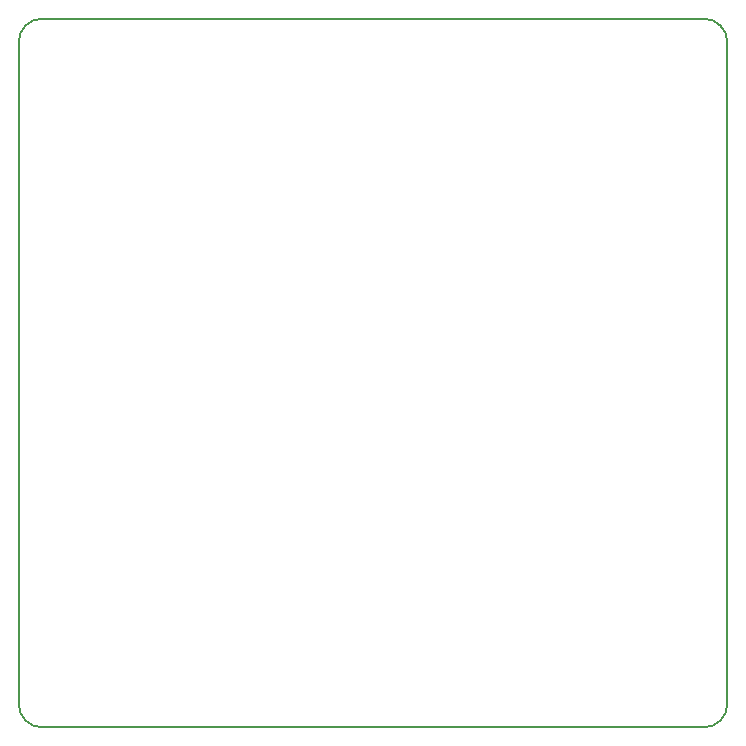
<source format=gm1>
G04 #@! TF.FileFunction,Profile,NP*
%FSLAX46Y46*%
G04 Gerber Fmt 4.6, Leading zero omitted, Abs format (unit mm)*
G04 Created by KiCad (PCBNEW 4.0.7) date Sun Sep 17 21:26:38 2017*
%MOMM*%
%LPD*%
G01*
G04 APERTURE LIST*
%ADD10C,0.100000*%
%ADD11C,0.150000*%
G04 APERTURE END LIST*
D10*
D11*
X119000000Y-126000000D02*
X119000000Y-70000000D01*
X177000000Y-128000000D02*
X121000000Y-128000000D01*
X179000000Y-70000000D02*
X179000000Y-126000000D01*
X121000000Y-68000000D02*
X177000000Y-68000000D01*
X119000000Y-126000000D02*
G75*
G03X121000000Y-128000000I2000000J0D01*
G01*
X177000000Y-128000000D02*
G75*
G03X179000000Y-126000000I0J2000000D01*
G01*
X179000000Y-70000000D02*
G75*
G03X177000000Y-68000000I-2000000J0D01*
G01*
X121000000Y-68000000D02*
G75*
G03X119000000Y-70000000I0J-2000000D01*
G01*
M02*

</source>
